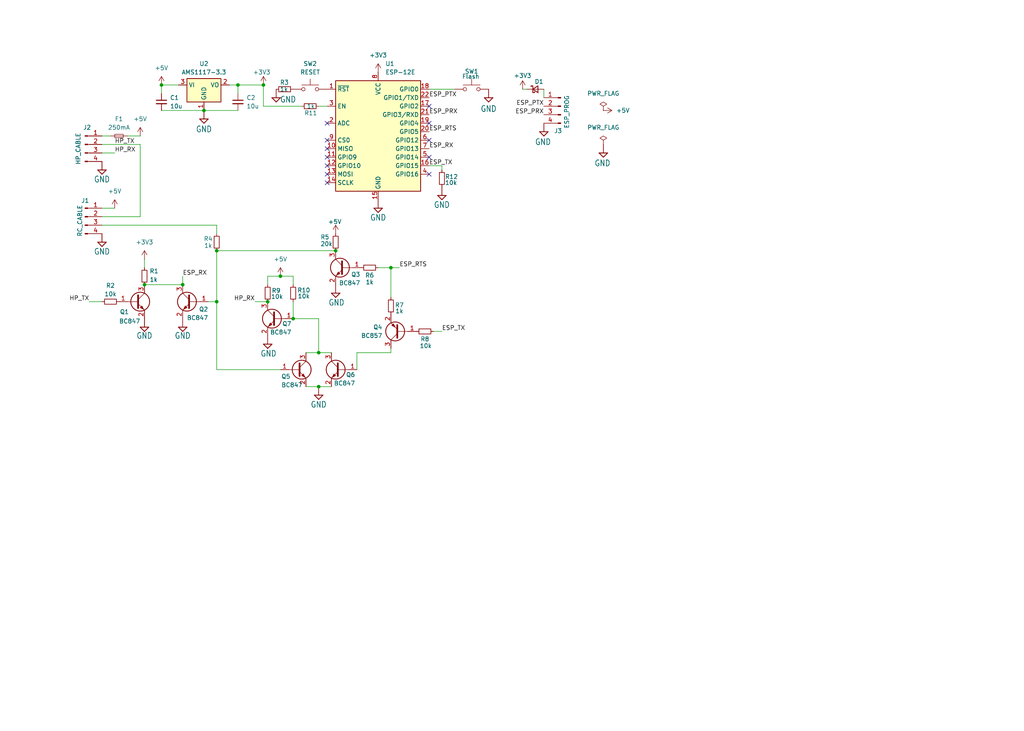
<source format=kicad_sch>
(kicad_sch (version 20250114) (generator "eeschema") (generator_version "9.0")
  (paper "User" 306.07 218.567)
  (lib_symbols
    (symbol "Connector:Conn_01x04_Pin" (pin_names (offset 1.016) (hide yes))
      (property "Reference" "J" (at 0 5.08 0))
      (property "Value" "Conn_01x04_Pin" (at 0 -7.62 0))
      (symbol "Conn_01x04_Pin_1_1"
        (rectangle (start 0.8636 2.667) (end 0 2.413) (stroke (width 0.1524)) (fill (type outline)))
        (rectangle (start 0.8636 0.127) (end 0 -0.127) (stroke (width 0.1524)) (fill (type outline)))
        (rectangle (start 0.8636 -2.413) (end 0 -2.667) (stroke (width 0.1524)) (fill (type outline)))
        (rectangle (start 0.8636 -4.953) (end 0 -5.207) (stroke (width 0.1524)) (fill (type outline)))
        (polyline (pts (xy 1.27 2.54) (xy 0.8636 2.54)) (stroke (width 0.1524)))
        (polyline (pts (xy 1.27 0) (xy 0.8636 0)) (stroke (width 0.1524)))
        (polyline (pts (xy 1.27 -2.54) (xy 0.8636 -2.54)) (stroke (width 0.1524)))
        (polyline (pts (xy 1.27 -5.08) (xy 0.8636 -5.08)) (stroke (width 0.1524)))
        (pin passive line (at 5.08 2.54 180) (length 3.81) (name "Pin_1") (number "1"))
        (pin passive line (at 5.08 0 180) (length 3.81) (name "Pin_2") (number "2"))
        (pin passive line (at 5.08 -2.54 180) (length 3.81) (name "Pin_3") (number "3"))
        (pin passive line (at 5.08 -5.08 180) (length 3.81) (name "Pin_4") (number "4"))
      )
    )
    (symbol "Device:C_Small" (pin_numbers (hide yes)) (pin_names (offset 0.254) (hide yes))
      (property "Reference" "C" (at 0.254 1.778 0))
      (property "Value" "C_Small" (at 0.254 -2.032 0))
      (symbol "C_Small_0_1"
        (polyline (pts (xy -1.524 0.508) (xy 1.524 0.508)) (stroke (width 0.3048)))
        (polyline (pts (xy -1.524 -0.508) (xy 1.524 -0.508)) (stroke (width 0.3302)))
      )
      (symbol "C_Small_1_1"
        (pin passive line (at 0 2.54 270) (length 2.032) (name "~") (number "1"))
        (pin passive line (at 0 -2.54 90) (length 2.032) (name "~") (number "2"))
      )
    )
    (symbol "Device:D_Schottky_Small" (pin_numbers (hide yes)) (pin_names (offset 0.254) (hide yes))
      (property "Reference" "D" (at -1.27 2.032 0))
      (property "Value" "D_Schottky_Small" (at -7.112 -2.032 0))
      (symbol "D_Schottky_Small_0_1"
        (polyline (pts (xy -1.27 0.762) (xy -1.27 1.016) (xy -0.762 1.016) (xy -0.762 -1.016) (xy -0.254 -1.016) (xy -0.254 -0.762)) (stroke (width 0.254)))
        (polyline (pts (xy -0.762 0) (xy 0.762 0)))
        (polyline (pts (xy 0.762 -1.016) (xy -0.762 0) (xy 0.762 1.016) (xy 0.762 -1.016)) (stroke (width 0.254)))
      )
      (symbol "D_Schottky_Small_1_1"
        (pin passive line (at -2.54 0 0) (length 1.778) (name "K") (number "1"))
        (pin passive line (at 2.54 0 180) (length 1.778) (name "A") (number "2"))
      )
    )
    (symbol "Device:Fuse_Small" (pin_numbers (hide yes)) (pin_names (offset 0.254) (hide yes))
      (property "Reference" "F" (at 0 -1.524 0))
      (property "Value" "Fuse_Small" (at 0 1.524 0))
      (symbol "Fuse_Small_0_1"
        (rectangle (start -1.27 0.508) (end 1.27 -0.508))
        (polyline (pts (xy -1.27 0) (xy 1.27 0)))
      )
      (symbol "Fuse_Small_1_1"
        (pin passive line (at -2.54 0 0) (length 1.27) (name "~") (number "1"))
        (pin passive line (at 2.54 0 180) (length 1.27) (name "~") (number "2"))
      )
    )
    (symbol "Device:R_Small" (pin_numbers (hide yes)) (pin_names (offset 0.254) (hide yes))
      (property "Reference" "R" (at 0 0 90))
      (property "Value" "R_Small" (at 1.778 0 90))
      (symbol "R_Small_0_1"
        (rectangle (start -0.762 1.778) (end 0.762 -1.778) (stroke (width 0.2032)))
      )
      (symbol "R_Small_1_1"
        (pin passive line (at 0 2.54 270) (length 0.762) (name "~") (number "1"))
        (pin passive line (at 0 -2.54 90) (length 0.762) (name "~") (number "2"))
      )
    )
    (symbol "RF_Module:ESP-12E"
      (property "Reference" "U" (at -12.7 19.05 0))
      (property "Value" "ESP-12E" (at 12.7 19.05 0))
      (symbol "ESP-12E_0_1"
        (rectangle (start -12.7 17.78) (end 12.7 -15.24) (stroke (width 0.254)) (fill (type background)))
      )
      (symbol "ESP-12E_1_1"
        (pin input line (at -15.24 15.24 0) (length 2.54) (name "~{RST}") (number "1"))
        (pin input line (at -15.24 10.16 0) (length 2.54) (name "EN") (number "3"))
        (pin input line (at -15.24 5.08 0) (length 2.54) (name "ADC") (number "2"))
        (pin input line (at -15.24 0 0) (length 2.54) (name "CS0") (number "9"))
        (pin bidirectional line (at -15.24 -2.54 0) (length 2.54) (name "MISO") (number "10"))
        (pin bidirectional line (at -15.24 -5.08 0) (length 2.54) (name "GPIO9") (number "11"))
        (pin bidirectional line (at -15.24 -7.62 0) (length 2.54) (name "GPIO10") (number "12"))
        (pin bidirectional line (at -15.24 -10.16 0) (length 2.54) (name "MOSI") (number "13"))
        (pin bidirectional line (at -15.24 -12.7 0) (length 2.54) (name "SCLK") (number "14"))
        (pin power_in line (at 0 20.32 270) (length 2.54) (name "VCC") (number "8"))
        (pin power_in line (at 0 -17.78 90) (length 2.54) (name "GND") (number "15"))
        (pin bidirectional line (at 15.24 15.24 180) (length 2.54) (name "GPIO0") (number "18"))
        (pin bidirectional line (at 15.24 12.7 180) (length 2.54) (name "GPIO1/TXD") (number "22"))
        (pin bidirectional line (at 15.24 10.16 180) (length 2.54) (name "GPIO2") (number "17"))
        (pin bidirectional line (at 15.24 7.62 180) (length 2.54) (name "GPIO3/RXD") (number "21"))
        (pin bidirectional line (at 15.24 5.08 180) (length 2.54) (name "GPIO4") (number "19"))
        (pin bidirectional line (at 15.24 2.54 180) (length 2.54) (name "GPIO5") (number "20"))
        (pin bidirectional line (at 15.24 0 180) (length 2.54) (name "GPIO12") (number "6"))
        (pin bidirectional line (at 15.24 -2.54 180) (length 2.54) (name "GPIO13") (number "7"))
        (pin bidirectional line (at 15.24 -5.08 180) (length 2.54) (name "GPIO14") (number "5"))
        (pin bidirectional line (at 15.24 -7.62 180) (length 2.54) (name "GPIO15") (number "16"))
        (pin bidirectional line (at 15.24 -10.16 180) (length 2.54) (name "GPIO16") (number "4"))
      )
    )
    (symbol "Regulator_Linear:AMS1117-3.3"
      (property "Reference" "U" (at -3.81 3.175 0))
      (property "Value" "AMS1117-3.3" (at 0 3.175 0))
      (symbol "AMS1117-3.3_0_1"
        (rectangle (start -5.08 -5.08) (end 5.08 1.905) (stroke (width 0.254)) (fill (type background)))
      )
      (symbol "AMS1117-3.3_1_1"
        (pin power_in line (at -7.62 0 0) (length 2.54) (name "VI") (number "3"))
        (pin power_in line (at 0 -7.62 90) (length 2.54) (name "GND") (number "1"))
        (pin power_out line (at 7.62 0 180) (length 2.54) (name "VO") (number "2"))
      )
    )
    (symbol "Switch:SW_Push" (pin_numbers (hide yes)) (pin_names (offset 1.016) (hide yes))
      (property "Reference" "SW" (at 1.27 2.54 0))
      (property "Value" "SW_Push" (at 0 -1.524 0))
      (symbol "SW_Push_0_1"
        (circle (center -2.032 0) (radius 0.508))
        (polyline (pts (xy 0 1.27) (xy 0 3.048)))
        (circle (center 2.032 0) (radius 0.508))
        (polyline (pts (xy 2.54 1.27) (xy -2.54 1.27)))
        (pin passive line (at -5.08 0 0) (length 2.54) (name "1") (number "1"))
        (pin passive line (at 5.08 0 180) (length 2.54) (name "2") (number "2"))
      )
    )
    (symbol "Transistor_BJT:BC847" (pin_names (offset 0) (hide yes))
      (property "Reference" "Q" (at 5.08 1.905 0))
      (property "Value" "BC847" (at 5.08 0 0))
      (symbol "BC847_0_1"
        (polyline (pts (xy -2.54 0) (xy 0.635 0)))
        (polyline (pts (xy 0.635 1.905) (xy 0.635 -1.905)) (stroke (width 0.508)))
        (circle (center 1.27 0) (radius 2.8194) (stroke (width 0.254)))
      )
      (symbol "BC847_1_1"
        (polyline (pts (xy 0.635 0.635) (xy 2.54 2.54)))
        (polyline (pts (xy 0.635 -0.635) (xy 2.54 -2.54)))
        (polyline (pts (xy 1.27 -1.778) (xy 1.778 -1.27) (xy 2.286 -2.286) (xy 1.27 -1.778)) (fill (type outline)))
        (pin input line (at -5.08 0 0) (length 2.54) (name "B") (number "1"))
        (pin passive line (at 2.54 5.08 270) (length 2.54) (name "C") (number "3"))
        (pin passive line (at 2.54 -5.08 90) (length 2.54) (name "E") (number "2"))
      )
    )
    (symbol "Transistor_BJT:BC857" (pin_names (offset 0) (hide yes))
      (property "Reference" "Q" (at 5.08 1.905 0))
      (property "Value" "BC857" (at 5.08 0 0))
      (symbol "BC857_0_1"
        (polyline (pts (xy -2.54 0) (xy 0.635 0)))
        (polyline (pts (xy 0.635 1.905) (xy 0.635 -1.905)) (stroke (width 0.508)))
        (polyline (pts (xy 0.635 0.635) (xy 2.54 2.54)))
        (polyline (pts (xy 0.635 -0.635) (xy 2.54 -2.54)))
        (circle (center 1.27 0) (radius 2.8194) (stroke (width 0.254)))
        (polyline (pts (xy 2.286 -1.778) (xy 1.778 -2.286) (xy 1.27 -1.27) (xy 2.286 -1.778)) (fill (type outline)))
      )
      (symbol "BC857_1_1"
        (pin input line (at -5.08 0 0) (length 2.54) (name "B") (number "1"))
        (pin passive line (at 2.54 5.08 270) (length 2.54) (name "C") (number "3"))
        (pin passive line (at 2.54 -5.08 90) (length 2.54) (name "E") (number "2"))
      )
    )
    (symbol "aquarea-eagle-import:GND1" (power)
      (symbol "GND1_1_0"
        (polyline (pts (xy -1.27 0) (xy 1.27 0)) (stroke (width 0.254)))
        (polyline (pts (xy 0 -1.27) (xy -1.27 0)) (stroke (width 0.254)))
        (polyline (pts (xy 1.27 0) (xy 0 -1.27)) (stroke (width 0.254)))
        (pin power_in line (at 0 2.54 270) (length 2.54) (name "GND1") (number "1"))
      )
    )
    (symbol "power:+3V3" (power) (pin_numbers (hide yes)) (pin_names (offset 0) (hide yes))
      (property "Value" "+3V3" (at 0 3.556 0))
      (symbol "+3V3_0_1"
        (polyline (pts (xy -0.762 1.27) (xy 0 2.54)))
        (polyline (pts (xy 0 2.54) (xy 0.762 1.27)))
        (polyline (pts (xy 0 0) (xy 0 2.54)))
      )
      (symbol "+3V3_1_1"
        (pin power_in line (at 0 0 90) (length 0) (name "~") (number "1"))
      )
    )
    (symbol "power:+5V" (power) (pin_numbers (hide yes)) (pin_names (offset 0) (hide yes))
      (property "Value" "+5V" (at 0 3.556 0))
      (symbol "+5V_0_1"
        (polyline (pts (xy -0.762 1.27) (xy 0 2.54)))
        (polyline (pts (xy 0 2.54) (xy 0.762 1.27)))
        (polyline (pts (xy 0 0) (xy 0 2.54)))
      )
      (symbol "+5V_1_1"
        (pin power_in line (at 0 0 90) (length 0) (name "~") (number "1"))
      )
    )
    (symbol "power:PWR_FLAG" (power) (pin_numbers (hide yes)) (pin_names (offset 0) (hide yes))
      (property "Value" "PWR_FLAG" (at 0 3.81 0))
      (symbol "PWR_FLAG_0_0"
        (pin power_out line (at 0 0 90) (length 0) (name "~") (number "1"))
      )
      (symbol "PWR_FLAG_0_1"
        (polyline (pts (xy 0 0) (xy 0 1.27) (xy -1.016 1.905) (xy 0 2.54) (xy 1.016 1.905) (xy 0 1.27)))
      )
    )
  )
  (junction (at 43.18 85.09))
  (junction (at 116.84 80.01))
  (junction (at 95.25 115.57))
  (junction (at 95.25 105.41))
  (junction (at 48.26 25.4))
  (junction (at 64.77 74.93))
  (junction (at 100.33 74.93))
  (junction (at 54.61 85.09))
  (junction (at 87.63 95.25))
  (junction (at 60.96 33.02))
  (junction (at 83.82 82.55))
  (junction (at 80.01 90.17))
  (junction (at 78.74 25.4))
  (junction (at 71.12 25.4))
  (junction (at 64.77 90.17))
  (no_connect (at 97.79 49.53))
  (no_connect (at 97.79 36.83))
  (no_connect (at 128.27 46.99))
  (no_connect (at 97.79 52.07))
  (no_connect (at 97.79 54.61))
  (no_connect (at 97.79 46.99))
  (no_connect (at 97.79 44.45))
  (no_connect (at 128.27 52.07))
  (no_connect (at 128.27 41.91))
  (no_connect (at 128.27 36.83))
  (no_connect (at 128.27 31.75))
  (no_connect (at 97.79 41.91))
  (wire (pts (xy 48.26 25.4) (xy 48.26 27.94)))
  (wire (pts (xy 34.29 62.23) (xy 30.48 62.23)))
  (wire (pts (xy 76.2 90.17) (xy 80.01 90.17)))
  (wire (pts (xy 132.08 50.8) (xy 132.08 49.53)))
  (wire (pts (xy 30.48 43.18) (xy 41.91 43.18)))
  (wire (pts (xy 116.84 80.01) (xy 119.38 80.01)))
  (wire (pts (xy 113.03 80.01) (xy 116.84 80.01)))
  (wire (pts (xy 30.48 64.77) (xy 41.91 64.77)))
  (wire (pts (xy 95.25 95.25) (xy 95.25 105.41)))
  (wire (pts (xy 132.08 49.53) (xy 128.27 49.53)))
  (wire (pts (xy 91.44 115.57) (xy 95.25 115.57)))
  (wire (pts (xy 64.77 110.49) (xy 83.82 110.49)))
  (wire (pts (xy 54.61 82.55) (xy 54.61 85.09)))
  (wire (pts (xy 80.01 82.55) (xy 80.01 85.09)))
  (wire (pts (xy 106.68 105.41) (xy 106.68 110.49)))
  (wire (pts (xy 129.54 99.06) (xy 132.08 99.06)))
  (wire (pts (xy 80.01 82.55) (xy 83.82 82.55)))
  (wire (pts (xy 95.25 115.57) (xy 99.06 115.57)))
  (wire (pts (xy 78.74 31.75) (xy 90.17 31.75)))
  (wire (pts (xy 64.77 67.31) (xy 64.77 69.85)))
  (wire (pts (xy 68.58 25.4) (xy 71.12 25.4)))
  (wire (pts (xy 71.12 25.4) (xy 78.74 25.4)))
  (wire (pts (xy 60.96 33.02) (xy 71.12 33.02)))
  (wire (pts (xy 78.74 25.4) (xy 78.74 31.75)))
  (wire (pts (xy 43.18 85.09) (xy 54.61 85.09)))
  (wire (pts (xy 116.84 104.14) (xy 116.84 105.41)))
  (wire (pts (xy 87.63 82.55) (xy 87.63 85.09)))
  (wire (pts (xy 43.18 77.47) (xy 43.18 80.01)))
  (wire (pts (xy 71.12 25.4) (xy 71.12 27.94)))
  (wire (pts (xy 157.48 26.67) (xy 156.21 26.67)))
  (wire (pts (xy 41.91 64.77) (xy 41.91 43.18)))
  (wire (pts (xy 83.82 82.55) (xy 87.63 82.55)))
  (wire (pts (xy 30.48 67.31) (xy 64.77 67.31)))
  (wire (pts (xy 64.77 90.17) (xy 64.77 110.49)))
  (wire (pts (xy 48.26 33.02) (xy 60.96 33.02)))
  (wire (pts (xy 64.77 74.93) (xy 100.33 74.93)))
  (wire (pts (xy 91.44 105.41) (xy 95.25 105.41)))
  (wire (pts (xy 116.84 80.01) (xy 116.84 88.9)))
  (wire (pts (xy 87.63 90.17) (xy 87.63 95.25)))
  (wire (pts (xy 48.26 25.4) (xy 53.34 25.4)))
  (wire (pts (xy 62.23 90.17) (xy 64.77 90.17)))
  (wire (pts (xy 162.56 26.67) (xy 162.56 29.21)))
  (wire (pts (xy 30.48 45.72) (xy 34.29 45.72)))
  (wire (pts (xy 38.1 40.64) (xy 41.91 40.64)))
  (wire (pts (xy 95.25 105.41) (xy 99.06 105.41)))
  (wire (pts (xy 116.84 105.41) (xy 106.68 105.41)))
  (wire (pts (xy 87.63 95.25) (xy 95.25 95.25)))
  (wire (pts (xy 135.89 26.67) (xy 128.27 26.67)))
  (wire (pts (xy 33.02 40.64) (xy 30.48 40.64)))
  (wire (pts (xy 95.25 31.75) (xy 97.79 31.75)))
  (wire (pts (xy 26.67 90.17) (xy 30.48 90.17)))
  (wire (pts (xy 64.77 74.93) (xy 64.77 90.17)))
  (label "HP_RX" (at 34.29 45.72 0))
  (label "ESP_TX" (at 128.27 49.53 0))
  (label "HP_RX" (at 76.2 90.17 180))
  (label "ESP_RX" (at 128.27 44.45 0))
  (label "ESP_RTS" (at 128.27 39.37 0))
  (label "HP_TX" (at 26.67 90.17 180))
  (label "ESP_PRX" (at 128.27 34.29 0))
  (label "ESP_PRX" (at 162.56 34.29 180))
  (label "ESP_RTS" (at 119.38 80.01 0))
  (label "ESP_PTX" (at 128.27 29.21 0))
  (label "HP_TX" (at 34.29 43.18 0))
  (label "ESP_PTX" (at 162.56 31.75 180))
  (label "ESP_TX" (at 132.08 99.06 0))
  (label "ESP_RX" (at 54.61 82.55 0))
  (symbol (lib_id "Connector:Conn_01x04_Pin") (at 25.4 43.18 0) (unit 1)
    (property "Reference" "J2" (at 26.035 38.1 0))
    (property "Value" "HP_CABLE" (at 23.368 44.45 90))
    (property "Footprint" "Connector_JST:JST_XH_B4B-XH-A_1x04_P2.50mm_Vertical" (effects (hide yes)))
    (property "Description" "Generic connector, single row, 01x04, script generated" (effects (hide yes)))
    (property "Sim.Library" "./" (effects (hide yes)))
  )
  (symbol (lib_id "Device:R_Small") (at 64.77 72.39 180) (unit 1)
    (property "Reference" "R4" (at 62.23 71.374 0))
    (property "Value" "1k" (at 62.23 73.406 0))
    (property "Footprint" "Resistor_SMD:R_1206_3216Metric" (effects (hide yes)))
    (property "Description" "Resistor, small symbol" (effects (hide yes)))
  )
  (symbol (lib_id "power:+5V") (at 41.91 40.64 0) (unit 1)
    (property "Reference" "#PWR01" (effects (hide yes)))
    (property "Value" "+5V" (at 41.91 35.56 0))
    (property "Description" "Power symbol creates a global label with name \"+5V\"" (effects (hide yes)))
  )
  (symbol (lib_id "Switch:SW_Push") (at 92.71 26.67 0) (unit 1)
    (property "Reference" "SW2" (at 92.71 19.05 0))
    (property "Value" "RESET" (at 92.71 21.59 0))
    (property "Footprint" "Button_Switch_SMD:SW_Push_SPST_NO_Alps_SKRK" (effects (hide yes)))
    (property "Description" "Push button switch, generic, two pins" (effects (hide yes)))
  )
  (symbol (lib_id "power:PWR_FLAG") (at 180.34 43.18 0) (unit 1)
    (property "Reference" "#FLG03" (effects (hide yes)))
    (property "Value" "PWR_FLAG" (at 180.34 38.1 0))
    (property "Description" "Special symbol for telling ERC where power comes from" (effects (hide yes)))
  )
  (symbol (lib_id "aquarea-eagle-import:GND1") (at 132.08 58.42 0) (unit 1)
    (property "Reference" "#SUPPLY010" (effects (hide yes)))
    (property "Value" "GND" (at 132.08 61.214 0) (effects (font (size 1.778 1.5113))))
    (property "Description" "SUPPLY SYMBOL" (effects (hide yes)))
  )
  (symbol (lib_id "Device:R_Small") (at 92.71 31.75 270) (unit 1)
    (property "Reference" "R11" (at 90.932 33.782 90) (effects (justify left)))
    (property "Value" "1k" (at 91.694 31.75 90) (effects (justify left)))
    (property "Footprint" "Resistor_SMD:R_1206_3216Metric" (effects (hide yes)))
    (property "Description" "Resistor, small symbol" (effects (hide yes)))
  )
  (symbol (lib_id "aquarea-eagle-import:GND1") (at 80.01 102.87 0) (unit 1)
    (property "Reference" "#SUPPLY09" (effects (hide yes)))
    (property "Value" "GND" (at 80.264 105.664 0) (effects (font (size 1.778 1.5113))))
    (property "Description" "SUPPLY SYMBOL" (effects (hide yes)))
  )
  (symbol (lib_id "aquarea-eagle-import:GND1") (at 162.56 39.37 0) (mirror y) (unit 1)
    (property "Reference" "#SUPPLY011" (effects (hide yes)))
    (property "Value" "GND" (at 162.306 42.418 0) (effects (font (size 1.778 1.5113))))
    (property "Description" "SUPPLY SYMBOL" (effects (hide yes)))
  )
  (symbol (lib_id "aquarea-eagle-import:GND1") (at 113.03 62.23 0) (unit 1)
    (property "Reference" "#SUPPLY01" (effects (hide yes)))
    (property "Value" "GND" (at 113.03 65.024 0) (effects (font (size 1.778 1.5113))))
    (property "Description" "SUPPLY SYMBOL" (effects (hide yes)))
  )
  (symbol (lib_id "power:PWR_FLAG") (at 180.34 33.02 0) (unit 1)
    (property "Reference" "#FLG02" (effects (hide yes)))
    (property "Value" "PWR_FLAG" (at 180.34 27.94 0))
    (property "Description" "Special symbol for telling ERC where power comes from" (effects (hide yes)))
  )
  (symbol (lib_id "Connector:Conn_01x04_Pin") (at 167.64 31.75 0) (mirror y) (unit 1)
    (property "Reference" "J3" (at 165.608 39.116 0) (effects (justify right)))
    (property "Value" "ESP_PROG" (at 169.418 28.448 90) (effects (justify right)))
    (property "Footprint" "Connector_PinHeader_2.54mm:PinHeader_1x04_P2.54mm_Vertical" (effects (hide yes)))
    (property "Description" "Generic connector, single row, 01x04, script generated" (effects (hide yes)))
  )
  (symbol (lib_id "power:+3V3") (at 78.74 25.4 0) (unit 1)
    (property "Reference" "#PWR010" (effects (hide yes)))
    (property "Value" "+3V3" (at 78.232 21.59 0))
    (property "Description" "Power symbol creates a global label with name \"+3V3\"" (effects (hide yes)))
  )
  (symbol (lib_id "aquarea-eagle-import:GND1") (at 30.48 50.8 0) (unit 1)
    (property "Reference" "#SUPPLY02" (effects (hide yes)))
    (property "Value" "GND" (at 30.48 53.594 0) (effects (font (size 1.778 1.5113))))
    (property "Description" "SUPPLY SYMBOL" (effects (hide yes)))
  )
  (symbol (lib_id "aquarea-eagle-import:GND1") (at 30.48 72.39 0) (unit 1)
    (property "Reference" "#SUPPLY03" (effects (hide yes)))
    (property "Value" "GND" (at 30.48 75.184 0) (effects (font (size 1.778 1.5113))))
    (property "Description" "SUPPLY SYMBOL" (effects (hide yes)))
  )
  (symbol (lib_id "Device:R_Small") (at 87.63 87.63 180) (unit 1)
    (property "Reference" "R10" (at 90.805 86.741 0))
    (property "Value" "10k" (at 90.805 88.519 0))
    (property "Footprint" "Resistor_SMD:R_1206_3216Metric" (effects (hide yes)))
    (property "Description" "Resistor, small symbol" (effects (hide yes)))
  )
  (symbol (lib_id "Transistor_BJT:BC847") (at 102.87 80.01 0) (mirror y) (unit 1)
    (property "Reference" "Q3" (at 107.696 82.042 0) (effects (justify left)))
    (property "Value" "BC847" (at 107.696 84.582 0) (effects (justify left)))
    (property "Footprint" "Package_TO_SOT_SMD:SOT-23" (effects (hide yes)))
    (property "Datasheet" "http://www.infineon.com/dgdl/Infineon-BC847SERIES_BC848SERIES_BC849SERIES_BC850SERIES-DS-v01_01-en.pdf?fileId=db3a304314dca389011541d4630a1657" (effects (hide yes)))
    (property "Description" "0.1A Ic, 45V Vce, NPN Transistor, SOT-23" (effects (hide yes)))
  )
  (symbol (lib_id "aquarea-eagle-import:GND1") (at 146.05 29.21 0) (mirror y) (unit 1)
    (property "Reference" "#SUPPLY012" (effects (hide yes)))
    (property "Value" "GND" (at 146.05 32.512 0) (effects (font (size 1.778 1.5113))))
    (property "Description" "SUPPLY SYMBOL" (effects (hide yes)))
  )
  (symbol (lib_id "Device:R_Small") (at 43.18 82.55 0) (unit 1)
    (property "Reference" "R1" (at 44.704 81.026 0) (effects (justify left)))
    (property "Value" "1k" (at 44.704 83.566 0) (effects (justify left)))
    (property "Footprint" "Resistor_SMD:R_1206_3216Metric" (effects (hide yes)))
    (property "Description" "Resistor, small symbol" (effects (hide yes)))
  )
  (symbol (lib_id "power:+3V3") (at 113.03 21.59 0) (unit 1)
    (property "Reference" "#PWR03" (effects (hide yes)))
    (property "Value" "+3V3" (at 113.03 16.51 0))
    (property "Description" "Power symbol creates a global label with name \"+3V3\"" (effects (hide yes)))
  )
  (symbol (lib_id "Transistor_BJT:BC847") (at 57.15 90.17 0) (mirror y) (unit 1)
    (property "Reference" "Q2" (at 62.23 92.456 0) (effects (justify left)))
    (property "Value" "BC847" (at 62.23 94.996 0) (effects (justify left)))
    (property "Footprint" "Package_TO_SOT_SMD:SOT-23" (effects (hide yes)))
    (property "Datasheet" "http://www.infineon.com/dgdl/Infineon-BC847SERIES_BC848SERIES_BC849SERIES_BC850SERIES-DS-v01_01-en.pdf?fileId=db3a304314dca389011541d4630a1657" (effects (hide yes)))
    (property "Description" "0.1A Ic, 45V Vce, NPN Transistor, SOT-23" (effects (hide yes)))
  )
  (symbol (lib_id "Transistor_BJT:BC847") (at 40.64 90.17 0) (unit 1)
    (property "Reference" "Q1" (at 35.814 93.218 0) (effects (justify left)))
    (property "Value" "BC847" (at 35.56 96.012 0) (effects (justify left)))
    (property "Footprint" "Package_TO_SOT_SMD:SOT-23" (effects (hide yes)))
    (property "Datasheet" "http://www.infineon.com/dgdl/Infineon-BC847SERIES_BC848SERIES_BC849SERIES_BC850SERIES-DS-v01_01-en.pdf?fileId=db3a304314dca389011541d4630a1657" (effects (hide yes)))
    (property "Description" "0.1A Ic, 45V Vce, NPN Transistor, SOT-23" (effects (hide yes)))
  )
  (symbol (lib_id "Device:Fuse_Small") (at 35.56 40.64 0) (unit 1)
    (property "Reference" "F1" (at 35.56 35.56 0))
    (property "Value" "250mA" (at 35.56 38.1 0))
    (property "Footprint" "Fuse:Fuse_1812_4532Metric" (effects (hide yes)))
    (property "Description" "Fuse, small symbol" (effects (hide yes)))
  )
  (symbol (lib_id "aquarea-eagle-import:GND1") (at 95.25 118.11 0) (unit 1)
    (property "Reference" "#SUPPLY08" (effects (hide yes)))
    (property "Value" "GND" (at 95.25 120.904 0) (effects (font (size 1.778 1.5113))))
    (property "Description" "SUPPLY SYMBOL" (effects (hide yes)))
  )
  (symbol (lib_id "Device:D_Schottky_Small") (at 160.02 26.67 0) (unit 1)
    (property "Reference" "D1" (at 159.766 24.384 0) (effects (justify left)))
    (property "Value" "D_Schottky_Small" (effects (hide yes)))
    (property "Footprint" "Diode_SMD:D_MiniMELF_Handsoldering" (effects (hide yes)))
    (property "Description" "Schottky diode, small symbol" (effects (hide yes)))
  )
  (symbol (lib_id "Transistor_BJT:BC847") (at 88.9 110.49 0) (unit 1)
    (property "Reference" "Q5" (at 84.074 112.522 0) (effects (justify left)))
    (property "Value" "BC847" (at 84.074 115.062 0) (effects (justify left)))
    (property "Footprint" "Package_TO_SOT_SMD:SOT-23" (effects (hide yes)))
    (property "Datasheet" "http://www.infineon.com/dgdl/Infineon-BC847SERIES_BC848SERIES_BC849SERIES_BC850SERIES-DS-v01_01-en.pdf?fileId=db3a304314dca389011541d4630a1657" (effects (hide yes)))
    (property "Description" "0.1A Ic, 45V Vce, NPN Transistor, SOT-23" (effects (hide yes)))
  )
  (symbol (lib_id "power:+5V") (at 180.34 33.02 270) (unit 1)
    (property "Reference" "#PWR012" (effects (hide yes)))
    (property "Value" "+5V" (at 184.15 33.0199 90) (effects (justify left)))
    (property "Description" "Power symbol creates a global label with name \"+5V\"" (effects (hide yes)))
  )
  (symbol (lib_id "Transistor_BJT:BC847") (at 82.55 95.25 0) (mirror y) (unit 1)
    (property "Reference" "Q7" (at 87.122 96.774 0) (effects (justify left)))
    (property "Value" "BC847" (at 87.122 99.314 0) (effects (justify left)))
    (property "Footprint" "Package_TO_SOT_SMD:SOT-23" (effects (hide yes)))
    (property "Datasheet" "http://www.infineon.com/dgdl/Infineon-BC847SERIES_BC848SERIES_BC849SERIES_BC850SERIES-DS-v01_01-en.pdf?fileId=db3a304314dca389011541d4630a1657" (effects (hide yes)))
    (property "Description" "0.1A Ic, 45V Vce, NPN Transistor, SOT-23" (effects (hide yes)))
  )
  (symbol (lib_id "power:+5V") (at 83.82 82.55 0) (unit 1)
    (property "Reference" "#PWR08" (effects (hide yes)))
    (property "Value" "+5V" (at 83.82 77.47 0))
    (property "Description" "Power symbol creates a global label with name \"+5V\"" (effects (hide yes)))
  )
  (symbol (lib_id "power:+5V") (at 48.26 25.4 0) (unit 1)
    (property "Reference" "#PWR05" (effects (hide yes)))
    (property "Value" "+5V" (at 48.26 20.32 0))
    (property "Description" "Power symbol creates a global label with name \"+5V\"" (effects (hide yes)))
  )
  (symbol (lib_id "Device:R_Small") (at 116.84 91.44 180) (unit 1)
    (property "Reference" "R7" (at 119.38 91.186 0))
    (property "Value" "1k" (at 119.38 92.964 0))
    (property "Footprint" "Resistor_SMD:R_1206_3216Metric" (effects (hide yes)))
    (property "Description" "Resistor, small symbol" (effects (hide yes)))
  )
  (symbol (lib_id "Device:R_Small") (at 33.02 90.17 90) (unit 1)
    (property "Reference" "R2" (at 33.02 85.344 90))
    (property "Value" "10k" (at 33.02 87.884 90))
    (property "Footprint" "Resistor_SMD:R_1206_3216Metric" (effects (hide yes)))
    (property "Description" "Resistor, small symbol" (effects (hide yes)))
  )
  (symbol (lib_id "aquarea-eagle-import:GND1") (at 100.33 87.63 0) (unit 1)
    (property "Reference" "#SUPPLY07" (effects (hide yes)))
    (property "Value" "GND" (at 100.584 90.424 0) (effects (font (size 1.778 1.5113))))
    (property "Description" "SUPPLY SYMBOL" (effects (hide yes)))
  )
  (symbol (lib_id "Transistor_BJT:BC847") (at 101.6 110.49 0) (mirror y) (unit 1)
    (property "Reference" "Q6" (at 106.172 112.014 0) (effects (justify left)))
    (property "Value" "BC847" (at 106.172 114.554 0) (effects (justify left)))
    (property "Footprint" "Package_TO_SOT_SMD:SOT-23" (effects (hide yes)))
    (property "Datasheet" "http://www.infineon.com/dgdl/Infineon-BC847SERIES_BC848SERIES_BC849SERIES_BC850SERIES-DS-v01_01-en.pdf?fileId=db3a304314dca389011541d4630a1657" (effects (hide yes)))
    (property "Description" "0.1A Ic, 45V Vce, NPN Transistor, SOT-23" (effects (hide yes)))
  )
  (symbol (lib_id "Device:C_Small") (at 48.26 30.48 0) (unit 1)
    (property "Reference" "C1" (at 50.8 29.2162 0) (effects (justify left)))
    (property "Value" "10u" (at 50.8 31.7562 0) (effects (justify left)))
    (property "Footprint" "Capacitor_Tantalum_SMD:CP_EIA-3216-10_Kemet-I_HandSolder" (effects (hide yes)))
    (property "Description" "Unpolarized capacitor, small symbol" (effects (hide yes)))
  )
  (symbol (lib_id "aquarea-eagle-import:GND1") (at 60.96 35.56 0) (unit 1)
    (property "Reference" "#SUPPLY04" (effects (hide yes)))
    (property "Value" "GND" (at 60.96 38.608 0) (effects (font (size 1.778 1.5113))))
    (property "Description" "SUPPLY SYMBOL" (effects (hide yes)))
  )
  (symbol (lib_id "Device:R_Small") (at 132.08 53.34 180) (unit 1)
    (property "Reference" "R12" (at 136.906 52.832 0) (effects (justify left)))
    (property "Value" "10k" (at 136.652 54.61 0) (effects (justify left)))
    (property "Footprint" "Resistor_SMD:R_1206_3216Metric" (effects (hide yes)))
    (property "Description" "Resistor, small symbol" (effects (hide yes)))
  )
  (symbol (lib_id "power:+5V") (at 34.29 62.23 0) (mirror y) (unit 1)
    (property "Reference" "#PWR02" (effects (hide yes)))
    (property "Value" "+5V" (at 34.29 57.15 0))
    (property "Description" "Power symbol creates a global label with name \"+5V\"" (effects (hide yes)))
  )
  (symbol (lib_id "aquarea-eagle-import:GND1") (at 54.61 97.79 0) (unit 1)
    (property "Reference" "#SUPPLY06" (effects (hide yes)))
    (property "Value" "GND" (at 54.61 100.33 0) (effects (font (size 1.778 1.5113))))
    (property "Description" "SUPPLY SYMBOL" (effects (hide yes)))
  )
  (symbol (lib_id "RF_Module:ESP-12E") (at 113.03 41.91 0) (unit 1)
    (property "Reference" "U1" (at 115.1733 19.05 0) (effects (justify left)))
    (property "Value" "ESP-12E" (at 115.1733 21.59 0) (effects (justify left)))
    (property "Footprint" "RF_Module:ESP-12E" (effects (hide yes)))
    (property "Datasheet" "http://wiki.ai-thinker.com/_media/esp8266/esp8266_series_modules_user_manual_v1.1.pdf" (effects (hide yes)))
    (property "Description" "802.11 b/g/n Wi-Fi Module" (effects (hide yes)))
  )
  (symbol (lib_id "aquarea-eagle-import:GND1") (at 43.18 97.79 0) (unit 1)
    (property "Reference" "#SUPPLY05" (effects (hide yes)))
    (property "Value" "GND" (at 43.18 100.33 0) (effects (font (size 1.778 1.5113))))
    (property "Description" "SUPPLY SYMBOL" (effects (hide yes)))
  )
  (symbol (lib_id "aquarea-eagle-import:GND1") (at 82.55 29.21 0) (unit 1)
    (property "Reference" "#SUPPLY014" (effects (hide yes)))
    (property "Value" "GND" (at 86.106 29.718 0) (effects (font (size 1.778 1.5113))))
    (property "Description" "SUPPLY SYMBOL" (effects (hide yes)))
  )
  (symbol (lib_id "Regulator_Linear:AMS1117-3.3") (at 60.96 25.4 0) (unit 1)
    (property "Reference" "U2" (at 60.96 19.05 0))
    (property "Value" "AMS1117-3.3" (at 60.96 21.59 0))
    (property "Footprint" "Package_TO_SOT_SMD:SOT-223-3_TabPin2" (effects (hide yes)))
    (property "Datasheet" "http://www.advanced-monolithic.com/pdf/ds1117.pdf" (effects (hide yes)))
    (property "Description" "1A Low Dropout regulator, positive, 3.3V fixed output, SOT-223" (effects (hide yes)))
  )
  (symbol (lib_id "Device:R_Small") (at 85.09 26.67 90) (unit 1)
    (property "Reference" "R3" (at 86.36 24.638 90) (effects (justify left)))
    (property "Value" "1k" (at 86.106 26.67 90) (effects (justify left)))
    (property "Footprint" "Resistor_SMD:R_1206_3216Metric" (effects (hide yes)))
    (property "Description" "Resistor, small symbol" (effects (hide yes)))
  )
  (symbol (lib_id "Transistor_BJT:BC857") (at 119.38 99.06 180) (unit 1)
    (property "Reference" "Q4" (at 114.3 97.7899 0) (effects (justify left)))
    (property "Value" "BC857" (at 114.3 100.3299 0) (effects (justify left)))
    (property "Footprint" "Package_TO_SOT_SMD:SOT-23" (effects (hide yes)))
    (property "Datasheet" "https://www.onsemi.com/pub/Collateral/BC860-D.pdf" (effects (hide yes)))
    (property "Description" "0.1A Ic, 45V Vce, PNP Transistor, SOT-23" (effects (hide yes)))
  )
  (symbol (lib_id "Device:R_Small") (at 110.49 80.01 90) (unit 1)
    (property "Reference" "R6" (at 110.49 82.296 90))
    (property "Value" "1k" (at 110.49 84.328 90))
    (property "Footprint" "Resistor_SMD:R_1206_3216Metric" (effects (hide yes)))
    (property "Description" "Resistor, small symbol" (effects (hide yes)))
  )
  (symbol (lib_id "Device:R_Small") (at 100.33 72.39 0) (unit 1)
    (property "Reference" "R5" (at 95.758 70.866 0) (effects (justify left)))
    (property "Value" "20k" (at 95.758 72.898 0) (effects (justify left)))
    (property "Footprint" "Resistor_SMD:R_1206_3216Metric" (effects (hide yes)))
    (property "Description" "Resistor, small symbol" (effects (hide yes)))
  )
  (symbol (lib_id "Connector:Conn_01x04_Pin") (at 25.4 64.77 0) (unit 1)
    (property "Reference" "J1" (at 26.67 59.944 0) (effects (justify right)))
    (property "Value" "RC_CABLE" (at 23.876 61.214 90) (effects (justify right)))
    (property "Footprint" "Connector_JST:JST_XH_B4B-XH-A_1x04_P2.50mm_Vertical" (effects (hide yes)))
    (property "Description" "Generic connector, single row, 01x04, script generated" (effects (hide yes)))
  )
  (symbol (lib_id "power:+3V3") (at 43.18 77.47 0) (unit 1)
    (property "Reference" "#PWR04" (effects (hide yes)))
    (property "Value" "+3V3" (at 43.18 72.39 0))
    (property "Description" "Power symbol creates a global label with name \"+3V3\"" (effects (hide yes)))
  )
  (symbol (lib_id "power:+3V3") (at 156.21 26.67 0) (unit 1)
    (property "Reference" "#PWR09" (effects (hide yes)))
    (property "Value" "+3V3" (at 156.21 22.606 0))
    (property "Description" "Power symbol creates a global label with name \"+3V3\"" (effects (hide yes)))
  )
  (symbol (lib_id "aquarea-eagle-import:GND1") (at 180.34 45.72 0) (mirror y) (unit 1)
    (property "Reference" "#SUPPLY013" (effects (hide yes)))
    (property "Value" "GND" (at 180.086 48.768 0) (effects (font (size 1.778 1.5113))))
    (property "Description" "SUPPLY SYMBOL" (effects (hide yes)))
  )
  (symbol (lib_id "Device:R_Small") (at 127 99.06 90) (unit 1)
    (property "Reference" "R8" (at 127 101.346 90))
    (property "Value" "10k" (at 127.254 103.378 90))
    (property "Footprint" "Resistor_SMD:R_1206_3216Metric" (effects (hide yes)))
    (property "Description" "Resistor, small symbol" (effects (hide yes)))
  )
  (symbol (lib_id "Device:C_Small") (at 71.12 30.48 0) (unit 1)
    (property "Reference" "C2" (at 73.66 29.2162 0) (effects (justify left)))
    (property "Value" "10u" (at 73.66 31.7562 0) (effects (justify left)))
    (property "Footprint" "Capacitor_Tantalum_SMD:CP_EIA-3216-10_Kemet-I_HandSolder" (effects (hide yes)))
    (property "Description" "Unpolarized capacitor, small symbol" (effects (hide yes)))
  )
  (symbol (lib_id "Device:R_Small") (at 80.01 87.63 180) (unit 1)
    (property "Reference" "R9" (at 82.55 86.868 0))
    (property "Value" "10k" (at 82.804 88.646 0))
    (property "Footprint" "Resistor_SMD:R_1206_3216Metric" (effects (hide yes)))
    (property "Description" "Resistor, small symbol" (effects (hide yes)))
  )
  (symbol (lib_id "Switch:SW_Push") (at 140.97 26.67 0) (unit 1)
    (property "Reference" "SW1" (at 140.97 21.336 0))
    (property "Value" "Flash" (at 140.716 22.86 0))
    (property "Footprint" "Resistor_SMD:R_0508_1220Metric" (effects (hide yes)))
    (property "Description" "Push button switch, generic, two pins" (effects (hide yes)))
  )
  (symbol (lib_id "power:+5V") (at 100.33 69.85 0) (unit 1)
    (property "Reference" "#PWR07" (effects (hide yes)))
    (property "Value" "+5V" (at 100.076 66.294 0))
    (property "Description" "Power symbol creates a global label with name \"+5V\"" (effects (hide yes)))
  )
)
</source>
